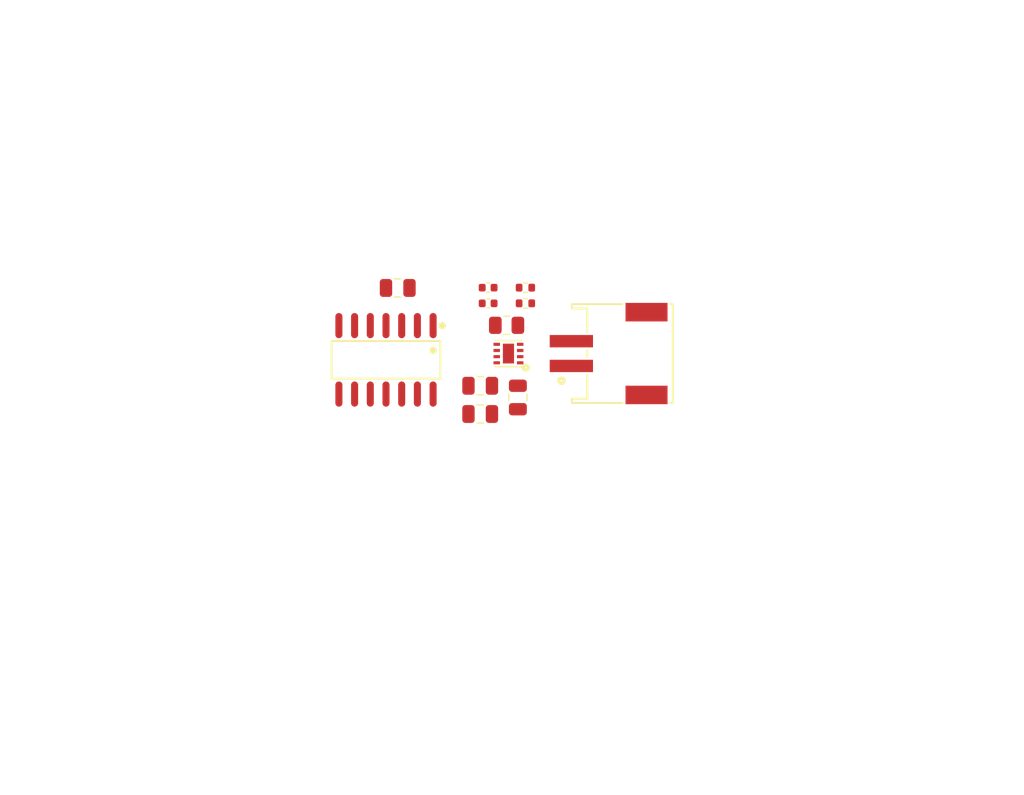
<source format=kicad_pcb>
(kicad_pcb (version 20240108) (generator "pcbnew") (generator_version "8.0")
  (layers (0 "F.Cu" signal) (31 "B.Cu" signal) (34 "B.Paste" user) (35 "F.Paste" user) (36 "B.SilkS" user "B.Silkscreen") (37 "F.SilkS" user "F.Silkscreen") (38 "B.Mask" user) (39 "F.Mask" user) (44 "Edge.Cuts" user))
  (net 0 "")
  (net 1 "dir")
  (net 2 "out1")
  (net 3 "feedback")
  (net 4 "ch1.driver-out2")
  (net 5 "ch1-vcc-1")
  (net 6 "pwm")
  (net 7 "ep")
  (net 8 "ch1-vcc")
  (net 9 "in2_plus")
  (net 10 "in2_minus")
  (net 11 "ch1.op_amp-out2")
  (net 12 "out3")
  (net 13 "in3_minus")
  (net 14 "in3_plus")
  (net 15 "gnd")
  (net 16 "in4_plus")
  (net 17 "out4")
  (net 18 "in4_minus")
  (net 19 "_shunt_high")
  (net 20 "in1_minus")
  (net 21 "in1_plus")
  (footprint "lib:C0402" (layer "F.Cu") (at 170.3135 74.676 180)
    (property "Reference" "C6" (hide yes))
    (property "Value" "25V 1uF X5R ±10% 0402  Multilayer Ceramic Capacitors MLCC - SMD/SMT ROHS")
    (fp_line (start -0.107836 0.36) (end 0.107836 0.36) (stroke (width 0.12)) (layer "F.SilkS"))
    (fp_line (start -0.107836 -0.36) (end 0.107836 -0.36) (stroke (width 0.12)) (layer "F.SilkS"))
    (pad "1" smd roundrect (at -0.48 0 180) (size 0.56 0.62) (layers "F.Cu" "F.Paste" "F.Mask") (net 20 "in1_minus"))
    (pad "2" smd roundrect (at 0.48 0 180) (size 0.56 0.62) (layers "F.Cu" "F.Paste" "F.Mask") (net 15 "gnd"))
  )
  (footprint "lib:R0402" (layer "F.Cu") (at 173.3295 74.676 180)
    (property "Reference" "R3" (hide yes))
    (property "Value" "62.5mW Thick Film Resistors 50V ±100ppm/℃ ±1% 1.05kΩ 0402  Chip Resistor - Surface Mount ROHS")
    (fp_line (start -0.153641 0.38) (end 0.153641 0.38) (stroke (width 0.12)) (layer "F.SilkS"))
    (fp_line (start -0.153641 -0.38) (end 0.153641 -0.38) (stroke (width 0.12)) (layer "F.SilkS"))
    (pad "1" smd roundrect (at -0.51 0 180) (size 0.54 0.64) (layers "F.Cu" "F.Paste" "F.Mask") (net 19 "_shunt_high"))
    (pad "2" smd roundrect (at 0.51 0 180) (size 0.54 0.64) (layers "F.Cu" "F.Paste" "F.Mask") (net 20 "in1_minus"))
  )
  (footprint "lib:C0805" (layer "F.Cu") (at 169.672 84.902 180)
    (property "Reference" "C1" (hide yes))
    (property "Value" "25V 10uF X5R ±10% 0805  Multilayer Ceramic Capacitors MLCC - SMD/SMT ROHS")
    (fp_line (start -0.261252 0.735) (end 0.261252 0.735) (stroke (width 0.12)) (layer "F.SilkS"))
    (fp_line (start -0.261252 -0.735) (end 0.261252 -0.735) (stroke (width 0.12)) (layer "F.SilkS"))
    (pad "1" smd roundrect (at -0.95 0 180) (size 1 1.45) (layers "F.Cu" "F.Paste" "F.Mask") (net 8 "ch1-vcc"))
    (pad "2" smd roundrect (at 0.95 0 180) (size 1 1.45) (layers "F.Cu" "F.Paste" "F.Mask") (net 15 "gnd"))
  )
  (footprint "lib:C0805" (layer "F.Cu") (at 169.672 82.616 180)
    (property "Reference" "C2" (hide yes))
    (property "Value" "25V 10uF X5R ±10% 0805  Multilayer Ceramic Capacitors MLCC - SMD/SMT ROHS")
    (fp_line (start -0.261252 0.735) (end 0.261252 0.735) (stroke (width 0.12)) (layer "F.SilkS"))
    (fp_line (start -0.261252 -0.735) (end 0.261252 -0.735) (stroke (width 0.12)) (layer "F.SilkS"))
    (pad "1" smd roundrect (at -0.95 0 180) (size 1 1.45) (layers "F.Cu" "F.Paste" "F.Mask") (net 8 "ch1-vcc"))
    (pad "2" smd roundrect (at 0.95 0 180) (size 1 1.45) (layers "F.Cu" "F.Paste" "F.Mask") (net 15 "gnd"))
  )
  (footprint "lib:R0402" (layer "F.Cu") (at 173.3295 75.946 180)
    (property "Reference" "R2" (hide yes))
    (property "Value" "62.5mW Thick Film Resistors 50V ±100ppm/℃ ±1% 1.33kΩ 0402  Chip Resistor - Surface Mount ROHS")
    (fp_line (start -0.153641 0.38) (end 0.153641 0.38) (stroke (width 0.12)) (layer "F.SilkS"))
    (fp_line (start -0.153641 -0.38) (end 0.153641 -0.38) (stroke (width 0.12)) (layer "F.SilkS"))
    (pad "1" smd roundrect (at -0.51 0 180) (size 0.54 0.64) (layers "F.Cu" "F.Paste" "F.Mask") (net 19 "_shunt_high"))
    (pad "2" smd roundrect (at 0.51 0 180) (size 0.54 0.64) (layers "F.Cu" "F.Paste" "F.Mask") (net 21 "in1_plus"))
  )
  (footprint "lib:C0805" (layer "F.Cu") (at 172.72 83.566 -90)
    (property "Reference" "C3" (hide yes))
    (property "Value" "25V 10uF X5R ±10% 0805  Multilayer Ceramic Capacitors MLCC - SMD/SMT ROHS")
    (fp_line (start -0.261252 0.735) (end 0.261252 0.735) (stroke (width 0.12)) (layer "F.SilkS"))
    (fp_line (start -0.261252 -0.735) (end 0.261252 -0.735) (stroke (width 0.12)) (layer "F.SilkS"))
    (pad "1" smd roundrect (at -0.95 0 270) (size 1 1.45) (layers "F.Cu" "F.Paste" "F.Mask") (net 8 "ch1-vcc"))
    (pad "2" smd roundrect (at 0.95 0 270) (size 1 1.45) (layers "F.Cu" "F.Paste" "F.Mask") (net 15 "gnd"))
  )
  (footprint "lib:R0805" (layer "F.Cu") (at 171.8075 77.724 180)
    (property "Reference" "R1" (hide yes))
    (property "Value" "125mW Thick Film Resistors 150V ±1% ±400ppm/℃ 1Ω 0805  Chip Resistor - Surface Mount ROHS")
    (fp_line (start -0.227064 0.735) (end 0.227064 0.735) (stroke (width 0.12)) (layer "F.SilkS"))
    (fp_line (start -0.227064 -0.735) (end 0.227064 -0.735) (stroke (width 0.12)) (layer "F.SilkS"))
    (pad "1" smd roundrect (at -0.9125 0 180) (size 1.025 1.4) (layers "F.Cu" "F.Paste" "F.Mask") (roundrect_rratio 0.243902) (net 19 "_shunt_high"))
    (pad "2" smd roundrect (at 0.9125 0 180) (size 1.025 1.4) (layers "F.Cu" "F.Paste" "F.Mask") (roundrect_rratio 0.243902) (net 15 "gnd"))
  )
  (footprint "lib:C0402" (layer "F.Cu") (at 170.3135 75.946 180)
    (property "Reference" "C5" (hide yes))
    (property "Value" "16V 100nF X7R ±10% 0402  Multilayer Ceramic Capacitors MLCC - SMD/SMT ROHS")
    (fp_line (start -0.107836 0.36) (end 0.107836 0.36) (stroke (width 0.12)) (layer "F.SilkS"))
    (fp_line (start -0.107836 -0.36) (end 0.107836 -0.36) (stroke (width 0.12)) (layer "F.SilkS"))
    (pad "1" smd roundrect (at -0.48 0 180) (size 0.56 0.62) (layers "F.Cu" "F.Paste" "F.Mask") (net 21 "in1_plus"))
    (pad "2" smd roundrect (at 0.48 0 180) (size 0.56 0.62) (layers "F.Cu" "F.Paste" "F.Mask") (net 15 "gnd"))
  )
  (footprint "lib:SOIC-14_L8.7-W3.9-P1.27-LS6.0-BL" (layer "F.Cu") (at 162.052 80.518 180)
    (property "Reference" "U3" (hide yes))
    (property "Value" "?")
    (fp_line (start 4.4 1.52) (end -4.4 1.52) (stroke (width 0.15)) (layer "F.SilkS"))
    (fp_line (start 4.4 -1.52) (end 4.4 1.52) (stroke (width 0.15)) (layer "F.SilkS"))
    (fp_line (start -4.4 1.52) (end -4.4 -1.52) (stroke (width 0.15)) (layer "F.SilkS"))
    (fp_line (start -4.4 -1.52) (end 4.4 -1.52) (stroke (width 0.15)) (layer "F.SilkS"))
    (fp_circle (center -3.81 0.77) (end -3.66 0.77) (stroke (width 0.3)) (fill none) (layer "F.SilkS"))
    (fp_circle (center -4.55 2.77) (end -4.4 2.77) (stroke (width 0.3)) (fill none) (layer "F.SilkS"))
    (pad "1" smd oval (at -3.81 2.77 180) (size 0.57 2.04) (layers "F.Cu" "F.Paste" "F.Mask") (net 3 "feedback"))
    (pad "2" smd oval (at -2.54 2.77 180) (size 0.57 2.04) (layers "F.Cu" "F.Paste" "F.Mask") (net 20 "in1_minus"))
    (pad "3" smd oval (at -1.27 2.77 180) (size 0.57 2.04) (layers "F.Cu" "F.Paste" "F.Mask") (net 21 "in1_plus"))
    (pad "4" smd oval (at 0 2.77 180) (size 0.57 2.04) (layers "F.Cu" "F.Paste" "F.Mask") (net 5 "ch1-vcc-1"))
    (pad "5" smd oval (at 1.27 2.77 180) (size 0.57 2.04) (layers "F.Cu" "F.Paste" "F.Mask") (net 9 "in2_plus"))
    (pad "6" smd oval (at 2.54 2.77 180) (size 0.57 2.04) (layers "F.Cu" "F.Paste" "F.Mask") (net 10 "in2_minus"))
    (pad "7" smd oval (at 3.81 2.77 180) (size 0.57 2.04) (layers "F.Cu" "F.Paste" "F.Mask") (net 11 "ch1.op_amp-out2"))
    (pad "8" smd oval (at 3.81 -2.77 180) (size 0.57 2.04) (layers "F.Cu" "F.Paste" "F.Mask") (net 12 "out3"))
    (pad "9" smd oval (at 2.54 -2.77 180) (size 0.57 2.04) (layers "F.Cu" "F.Paste" "F.Mask") (net 13 "in3_minus"))
    (pad "10" smd oval (at 1.27 -2.77 180) (size 0.57 2.04) (layers "F.Cu" "F.Paste" "F.Mask") (net 14 "in3_plus"))
    (pad "11" smd oval (at 0 -2.77 180) (size 0.57 2.04) (layers "F.Cu" "F.Paste" "F.Mask") (net 15 "gnd"))
    (pad "12" smd oval (at -1.27 -2.77 180) (size 0.57 2.04) (layers "F.Cu" "F.Paste" "F.Mask") (net 16 "in4_plus"))
    (pad "13" smd oval (at -2.54 -2.77 180) (size 0.57 2.04) (layers "F.Cu" "F.Paste" "F.Mask") (net 18 "in4_minus"))
    (pad "14" smd oval (at -3.81 -2.77 180) (size 0.57 2.04) (layers "F.Cu" "F.Paste" "F.Mask") (net 17 "out4"))
  )
  (footprint "lib:CONN-SMD_PH-2AWB" (layer "F.Cu") (at 180.086 80.01 90)
    (property "Reference" "U2" (hide yes))
    (property "Value" "?")
    (fp_line (start 4 -3) (end 4 1.11) (stroke (width 0.15)) (layer "F.SilkS"))
    (fp_line (start 3.65 -3) (end 4 -3) (stroke (width 0.15)) (layer "F.SilkS"))
    (fp_line (start -3.65 -3) (end -3.65 -1.75) (stroke (width 0.15)) (layer "F.SilkS"))
    (fp_line (start -4 -3) (end -3.65 -3) (stroke (width 0.15)) (layer "F.SilkS"))
    (fp_line (start 3.65 -1.75) (end 3.65 -3) (stroke (width 0.15)) (layer "F.SilkS"))
    (fp_line (start 1.73 -1.75) (end 3.65 -1.75) (stroke (width 0.15)) (layer "F.SilkS"))
    (fp_line (start -0.27 -1.75) (end 0.27 -1.75) (stroke (width 0.15)) (layer "F.SilkS"))
    (fp_line (start -3.65 -1.75) (end -1.73 -1.75) (stroke (width 0.15)) (layer "F.SilkS"))
    (fp_line (start -4 0.17) (end -4 -3) (stroke (width 0.15)) (layer "F.SilkS"))
    (fp_line (start -4 1.11) (end -4 0.17) (stroke (width 0.15)) (layer "F.SilkS"))
    (fp_line (start 4 4.97) (end 4 5.16) (stroke (width 0.15)) (layer "F.SilkS"))
    (fp_line (start 4 4.97) (end 4 5.16) (stroke (width 0.15)) (layer "F.SilkS"))
    (fp_line (start 4 5.16) (end -4 5.16) (stroke (width 0.15)) (layer "F.SilkS"))
    (fp_line (start -4 5.16) (end -4 4.97) (stroke (width 0.15)) (layer "F.SilkS"))
    (fp_circle (center -2.2 -3.84) (end -1.98 -3.84) (stroke (width 0.25)) (fill none) (layer "F.SilkS"))
    (pad "1" smd rect (at -1 -3.04 90) (size 1 3.5) (layers "F.Cu" "F.Paste" "F.Mask") (net 2 "out1"))
    (pad "2" smd rect (at 1 -3.04 90) (size 1 3.5) (layers "F.Cu" "F.Paste" "F.Mask") (net 4 "ch1.driver-out2"))
    (pad "3" smd rect (at -3.35 3.04 90) (size 1.5 3.4) (layers "F.Cu" "F.Paste" "F.Mask"))
    (pad "4" smd rect (at 3.35 3.04 90) (size 1.5 3.4) (layers "F.Cu" "F.Paste" "F.Mask"))
  )
  (footprint "lib:C0805" (layer "F.Cu") (at 163.002 74.7)
    (property "Reference" "C4" (hide yes))
    (property "Value" "25V 10uF X5R ±10% 0805  Multilayer Ceramic Capacitors MLCC - SMD/SMT ROHS")
    (fp_line (start -0.261252 -0.735) (end 0.261252 -0.735) (stroke (width 0.12)) (layer "F.SilkS"))
    (fp_line (start -0.261252 0.735) (end 0.261252 0.735) (stroke (width 0.12)) (layer "F.SilkS"))
    (pad "1" smd roundrect (at -0.95 0) (size 1 1.45) (layers "F.Cu" "F.Paste" "F.Mask") (net 5 "ch1-vcc-1"))
    (pad "2" smd roundrect (at 0.95 0) (size 1 1.45) (layers "F.Cu" "F.Paste" "F.Mask") (net 15 "gnd"))
  )
  (footprint "lib:WSON-8_L2.0-W2.0-P0.50-TL-EP" (layer "F.Cu") (at 171.958 80.01 180)
    (property "Reference" "U1" (hide yes))
    (property "Value" "?")
    (fp_line (start 1.05 -1.06) (end -1.05 -1.06) (stroke (width 0.12)) (layer "F.SilkS"))
    (fp_line (start -1.04 1.06) (end 1.06 1.06) (stroke (width 0.12)) (layer "F.SilkS"))
    (fp_circle (center -1.4 -1.14) (end -1.32 -1.14) (stroke (width 0.25)) (fill none) (layer "F.SilkS"))
    (pad "1" smd rect (at -0.95 -0.75 180) (size 0.52 0.25) (layers "F.Cu" "F.Paste" "F.Mask") (net 8 "ch1-vcc"))
    (pad "2" smd rect (at -0.95 -0.25 180) (size 0.52 0.25) (layers "F.Cu" "F.Paste" "F.Mask") (net 2 "out1"))
    (pad "3" smd rect (at -0.95 0.25 180) (size 0.52 0.25) (layers "F.Cu" "F.Paste" "F.Mask") (net 4 "ch1.driver-out2"))
    (pad "4" smd rect (at -0.95 0.75 180) (size 0.52 0.25) (layers "F.Cu" "F.Paste" "F.Mask") (net 19 "_shunt_high"))
    (pad "5" smd rect (at 0.95 0.75 180) (size 0.52 0.25) (layers "F.Cu" "F.Paste" "F.Mask") (net 6 "pwm"))
    (pad "6" smd rect (at 0.95 0.25 180) (size 0.52 0.25) (layers "F.Cu" "F.Paste" "F.Mask") (net 1 "dir"))
    (pad "7" smd rect (at 0.95 -0.25 180) (size 0.52 0.25) (layers "F.Cu" "F.Paste" "F.Mask") (net 5 "ch1-vcc-1"))
    (pad "8" smd rect (at 0.95 -0.75 180) (size 0.52 0.25) (layers "F.Cu" "F.Paste" "F.Mask") (net 5 "ch1-vcc-1"))
    (pad "9" smd rect (at 0 0 180) (size 0.9 1.6) (layers "F.Cu" "F.Paste" "F.Mask") (net 7 "ep"))
  )
)
</source>
